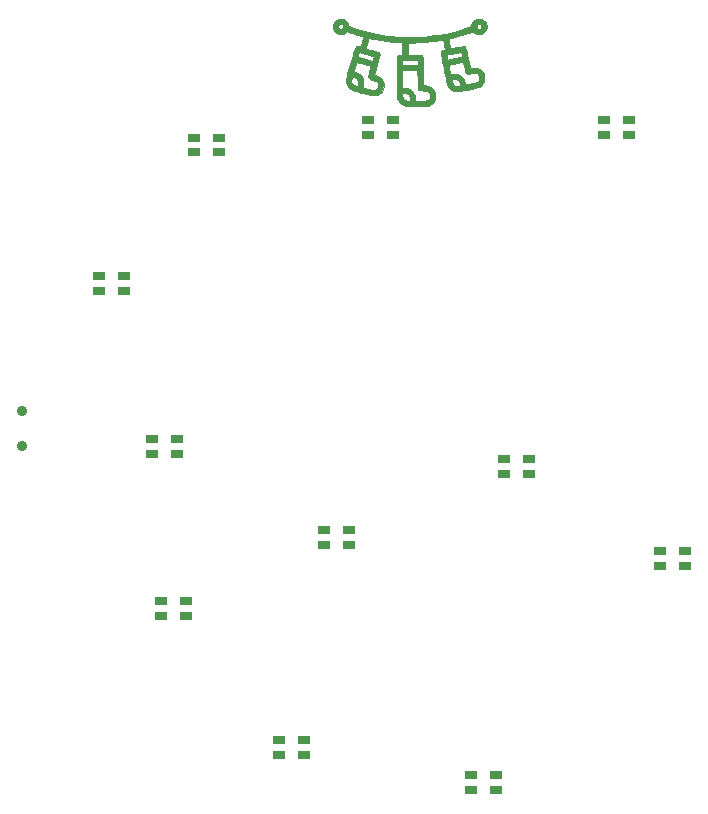
<source format=gbr>
%TF.GenerationSoftware,KiCad,Pcbnew,(5.1.10)-1*%
%TF.CreationDate,2021-10-17T11:08:17+02:00*%
%TF.ProjectId,TVZ_kuglica,54565a5f-6b75-4676-9c69-63612e6b6963,rev?*%
%TF.SameCoordinates,Original*%
%TF.FileFunction,Soldermask,Top*%
%TF.FilePolarity,Negative*%
%FSLAX46Y46*%
G04 Gerber Fmt 4.6, Leading zero omitted, Abs format (unit mm)*
G04 Created by KiCad (PCBNEW (5.1.10)-1) date 2021-10-17 11:08:17*
%MOMM*%
%LPD*%
G01*
G04 APERTURE LIST*
%ADD10C,0.010000*%
%ADD11C,0.900000*%
%ADD12R,1.100000X0.750000*%
G04 APERTURE END LIST*
D10*
%TO.C,G\u002A\u002A\u002A*%
G36*
X143027877Y-65089141D02*
G01*
X143177224Y-65150535D01*
X143301325Y-65244717D01*
X143397404Y-65364669D01*
X143462680Y-65503370D01*
X143494375Y-65653801D01*
X143489712Y-65808940D01*
X143445912Y-65961768D01*
X143360196Y-66105265D01*
X143295075Y-66176812D01*
X143149915Y-66283282D01*
X142989107Y-66344768D01*
X142820816Y-66360786D01*
X142653209Y-66330852D01*
X142494450Y-66254480D01*
X142455291Y-66226699D01*
X142346700Y-66143832D01*
X141902200Y-66288887D01*
X141632701Y-66373920D01*
X141347940Y-66458575D01*
X141062652Y-66538741D01*
X140791572Y-66610310D01*
X140549432Y-66669173D01*
X140492500Y-66682008D01*
X140395750Y-66704830D01*
X140318505Y-66725729D01*
X140274002Y-66741038D01*
X140269168Y-66743859D01*
X140268777Y-66771429D01*
X140276804Y-66838578D01*
X140291404Y-66935136D01*
X140310734Y-67050929D01*
X140332950Y-67175785D01*
X140356208Y-67299532D01*
X140378664Y-67411997D01*
X140398475Y-67503007D01*
X140413796Y-67562390D01*
X140420614Y-67579397D01*
X140446772Y-67577639D01*
X140515376Y-67566839D01*
X140619142Y-67548318D01*
X140750783Y-67523394D01*
X140903015Y-67493389D01*
X140969397Y-67479983D01*
X141167205Y-67440629D01*
X141321789Y-67412560D01*
X141439425Y-67395658D01*
X141526393Y-67389798D01*
X141588968Y-67394860D01*
X141633430Y-67410723D01*
X141666055Y-67437263D01*
X141687820Y-67466055D01*
X141702423Y-67505068D01*
X141725388Y-67587600D01*
X141755227Y-67707333D01*
X141790448Y-67857950D01*
X141829564Y-68033135D01*
X141871083Y-68226569D01*
X141900490Y-68368034D01*
X141941790Y-68567764D01*
X141980395Y-68751384D01*
X142015022Y-68913023D01*
X142044388Y-69046810D01*
X142067208Y-69146877D01*
X142082199Y-69207352D01*
X142087490Y-69223156D01*
X142117973Y-69226449D01*
X142184382Y-69221345D01*
X142272740Y-69208954D01*
X142278691Y-69207960D01*
X142493389Y-69194988D01*
X142695605Y-69228034D01*
X142879650Y-69304205D01*
X143039833Y-69420604D01*
X143170465Y-69574338D01*
X143238360Y-69696214D01*
X143278435Y-69793013D01*
X143300850Y-69879545D01*
X143310277Y-69978911D01*
X143311650Y-70058634D01*
X143309053Y-70171833D01*
X143297581Y-70256926D01*
X143272206Y-70336463D01*
X143228416Y-70431947D01*
X143118164Y-70605765D01*
X142978138Y-70744275D01*
X142814535Y-70841605D01*
X142782236Y-70854608D01*
X142707797Y-70877710D01*
X142592792Y-70907436D01*
X142445236Y-70942186D01*
X142273143Y-70980362D01*
X142084527Y-71020366D01*
X141887403Y-71060598D01*
X141689785Y-71099460D01*
X141499687Y-71135354D01*
X141325125Y-71166680D01*
X141174112Y-71191839D01*
X141054663Y-71209234D01*
X140974792Y-71217265D01*
X140962400Y-71217622D01*
X140772053Y-71195143D01*
X140591780Y-71130552D01*
X140429813Y-71029868D01*
X140294380Y-70899115D01*
X140193711Y-70744311D01*
X140147379Y-70621352D01*
X140137142Y-70577443D01*
X140117844Y-70488857D01*
X140090552Y-70360695D01*
X140067600Y-70251606D01*
X140516787Y-70251606D01*
X140517691Y-70297040D01*
X140536053Y-70374266D01*
X140557493Y-70454834D01*
X140617262Y-70587032D01*
X140717301Y-70697041D01*
X140769647Y-70733969D01*
X140860321Y-70766744D01*
X140981695Y-70779146D01*
X141117507Y-70770178D01*
X141178300Y-70759060D01*
X141229590Y-70741738D01*
X141248460Y-70709209D01*
X141248125Y-70654115D01*
X141215894Y-70486727D01*
X141147805Y-70354426D01*
X141046751Y-70259447D01*
X140915620Y-70204023D01*
X140757305Y-70190390D01*
X140662090Y-70201093D01*
X140584659Y-70214130D01*
X140537667Y-70227469D01*
X140516787Y-70251606D01*
X140067600Y-70251606D01*
X140056333Y-70198057D01*
X140016256Y-70006047D01*
X139971387Y-69789766D01*
X139922794Y-69554315D01*
X139871544Y-69304797D01*
X139854893Y-69223478D01*
X139802003Y-68964227D01*
X140259470Y-68964227D01*
X140262219Y-68988496D01*
X140274048Y-69052273D01*
X140292793Y-69145526D01*
X140316292Y-69258222D01*
X140342382Y-69380328D01*
X140368901Y-69501813D01*
X140393685Y-69612644D01*
X140414572Y-69702789D01*
X140429399Y-69762214D01*
X140435548Y-69781015D01*
X140464637Y-69782462D01*
X140527377Y-69774052D01*
X140582351Y-69763423D01*
X140797513Y-69741029D01*
X141001139Y-69765649D01*
X141188208Y-69833914D01*
X141353699Y-69942456D01*
X141492592Y-70087907D01*
X141599866Y-70266900D01*
X141670500Y-70476068D01*
X141674887Y-70496250D01*
X141699556Y-70583013D01*
X141727479Y-70625863D01*
X141738622Y-70629600D01*
X141774517Y-70624593D01*
X141851056Y-70610734D01*
X141959202Y-70589763D01*
X142089914Y-70563423D01*
X142194687Y-70541742D01*
X142339705Y-70509847D01*
X142471838Y-70477887D01*
X142581033Y-70448516D01*
X142657241Y-70424384D01*
X142685077Y-70412331D01*
X142787112Y-70324560D01*
X142853775Y-70209429D01*
X142881674Y-70079048D01*
X142867413Y-69945527D01*
X142837283Y-69869086D01*
X142764154Y-69761285D01*
X142672425Y-69688972D01*
X142556433Y-69650427D01*
X142410512Y-69643930D01*
X142228998Y-69667759D01*
X142196117Y-69674304D01*
X142052366Y-69702350D01*
X141940172Y-69716514D01*
X141854054Y-69711936D01*
X141788529Y-69683760D01*
X141738115Y-69627127D01*
X141697329Y-69537180D01*
X141660688Y-69409063D01*
X141622711Y-69237916D01*
X141604686Y-69150281D01*
X141514306Y-68707124D01*
X140889103Y-68834642D01*
X140718296Y-68869525D01*
X140564928Y-68900931D01*
X140435710Y-68927479D01*
X140337352Y-68947789D01*
X140276567Y-68960478D01*
X140259470Y-68964227D01*
X139802003Y-68964227D01*
X139795371Y-68931719D01*
X139745618Y-68685579D01*
X139704932Y-68480965D01*
X139672613Y-68313785D01*
X139647959Y-68179948D01*
X139641937Y-68144347D01*
X140089517Y-68144347D01*
X140095955Y-68208828D01*
X140110621Y-68291817D01*
X140130328Y-68378898D01*
X140151891Y-68455656D01*
X140172126Y-68507674D01*
X140184859Y-68521801D01*
X140216841Y-68517051D01*
X140291262Y-68503503D01*
X140400797Y-68482570D01*
X140538121Y-68455665D01*
X140695910Y-68424200D01*
X140797300Y-68403730D01*
X140963507Y-68369415D01*
X141113182Y-68337351D01*
X141239088Y-68309184D01*
X141333986Y-68286559D01*
X141390639Y-68271122D01*
X141403277Y-68265981D01*
X141409650Y-68233126D01*
X141405986Y-68166643D01*
X141394879Y-68082113D01*
X141378923Y-67995111D01*
X141360714Y-67921216D01*
X141342848Y-67876006D01*
X141337301Y-67869930D01*
X141307701Y-67871135D01*
X141236770Y-67881259D01*
X141132872Y-67898669D01*
X141004368Y-67921731D01*
X140859620Y-67948810D01*
X140706990Y-67978272D01*
X140554840Y-68008484D01*
X140411531Y-68037812D01*
X140285426Y-68064621D01*
X140184886Y-68087278D01*
X140118274Y-68104148D01*
X140094489Y-68112790D01*
X140089517Y-68144347D01*
X139641937Y-68144347D01*
X139630268Y-68075363D01*
X139618841Y-67995937D01*
X139612974Y-67937579D01*
X139611968Y-67896198D01*
X139615121Y-67867702D01*
X139619863Y-67852154D01*
X139669646Y-67787701D01*
X139750111Y-67736211D01*
X139841154Y-67709586D01*
X139863034Y-67708211D01*
X139907044Y-67705260D01*
X139936862Y-67692735D01*
X139953023Y-67663807D01*
X139956065Y-67611647D01*
X139946526Y-67529423D01*
X139924941Y-67410306D01*
X139897218Y-67273463D01*
X139869015Y-67137728D01*
X139843936Y-67018855D01*
X139823957Y-66926076D01*
X139811056Y-66868619D01*
X139807643Y-66855261D01*
X139783686Y-66845000D01*
X139719765Y-66846005D01*
X139612377Y-66858498D01*
X139510548Y-66874022D01*
X139142514Y-66928062D01*
X138752591Y-66975341D01*
X138354618Y-67014661D01*
X137962439Y-67044826D01*
X137589894Y-67064638D01*
X137250825Y-67072900D01*
X137209550Y-67073064D01*
X136796800Y-67073600D01*
X136796800Y-68089600D01*
X137326409Y-68089599D01*
X137518232Y-68091027D01*
X137681856Y-68095123D01*
X137811242Y-68101609D01*
X137900354Y-68110207D01*
X137936781Y-68117753D01*
X137971167Y-68130314D01*
X138000065Y-68144817D01*
X138023954Y-68165491D01*
X138043309Y-68196564D01*
X138058608Y-68242263D01*
X138070328Y-68306818D01*
X138078945Y-68394455D01*
X138084937Y-68509404D01*
X138088780Y-68655893D01*
X138090952Y-68838149D01*
X138091930Y-69060401D01*
X138092190Y-69326877D01*
X138092200Y-69495511D01*
X138092200Y-70700745D01*
X138314450Y-70709622D01*
X138521754Y-70735850D01*
X138698669Y-70798934D01*
X138853189Y-70902458D01*
X138944267Y-70991863D01*
X139057734Y-71147337D01*
X139126926Y-71315796D01*
X139154890Y-71506166D01*
X139154584Y-71607500D01*
X139123595Y-71818762D01*
X139050212Y-72002057D01*
X138934544Y-72157214D01*
X138776699Y-72284066D01*
X138682284Y-72336683D01*
X138512500Y-72420300D01*
X137572100Y-72425401D01*
X137308681Y-72426383D01*
X137091585Y-72426121D01*
X136916347Y-72424495D01*
X136778504Y-72421383D01*
X136673590Y-72416662D01*
X136597142Y-72410212D01*
X136544695Y-72401910D01*
X136525634Y-72396887D01*
X136340823Y-72312271D01*
X136180786Y-72185342D01*
X136050403Y-72020526D01*
X135991677Y-71912300D01*
X135920500Y-71759900D01*
X135919180Y-71450272D01*
X136340562Y-71450272D01*
X136348284Y-71557947D01*
X136351459Y-71584169D01*
X136392573Y-71736619D01*
X136471920Y-71856998D01*
X136586331Y-71942669D01*
X136732637Y-71990998D01*
X136852981Y-72001200D01*
X137000000Y-72001200D01*
X137000000Y-71854181D01*
X136979523Y-71687334D01*
X136919851Y-71550151D01*
X136823617Y-71445802D01*
X136693458Y-71377457D01*
X136582969Y-71352659D01*
X136466538Y-71341934D01*
X136392271Y-71349682D01*
X136352751Y-71383322D01*
X136340562Y-71450272D01*
X135919180Y-71450272D01*
X135913138Y-70034052D01*
X135911822Y-69672428D01*
X135911301Y-69410400D01*
X136365000Y-69410400D01*
X136365000Y-70901839D01*
X136578500Y-70915159D01*
X136784116Y-70944176D01*
X136957543Y-71005893D01*
X137108580Y-71104421D01*
X137175404Y-71165395D01*
X137292961Y-71307210D01*
X137371463Y-71462802D01*
X137415405Y-71643143D01*
X137427665Y-71781247D01*
X137437025Y-72005794D01*
X137923362Y-71996731D01*
X138100824Y-71992702D01*
X138235081Y-71987656D01*
X138333729Y-71980883D01*
X138404363Y-71971672D01*
X138454578Y-71959314D01*
X138490936Y-71943660D01*
X138596336Y-71861798D01*
X138672249Y-71752948D01*
X138714399Y-71629282D01*
X138718511Y-71502971D01*
X138684243Y-71393406D01*
X138634784Y-71322665D01*
X138566082Y-71250090D01*
X138541369Y-71228854D01*
X138500290Y-71197520D01*
X138462146Y-71175614D01*
X138416558Y-71160982D01*
X138353149Y-71151474D01*
X138261541Y-71144939D01*
X138131355Y-71139223D01*
X138103842Y-71138148D01*
X137984191Y-71134589D01*
X137887437Y-71130888D01*
X137811120Y-71122116D01*
X137752778Y-71103341D01*
X137709949Y-71069633D01*
X137680171Y-71016063D01*
X137660983Y-70937700D01*
X137649922Y-70829614D01*
X137644528Y-70686874D01*
X137642338Y-70504551D01*
X137640891Y-70277714D01*
X137640324Y-70209827D01*
X137632948Y-69410400D01*
X136365000Y-69410400D01*
X135911301Y-69410400D01*
X135911198Y-69358769D01*
X135911302Y-69090247D01*
X135912171Y-68864031D01*
X135912576Y-68818735D01*
X136342773Y-68818735D01*
X136344585Y-68897507D01*
X136349790Y-68942832D01*
X136350477Y-68944910D01*
X136363098Y-68955759D01*
X136395106Y-68963923D01*
X136451836Y-68969629D01*
X136538625Y-68973103D01*
X136660811Y-68974571D01*
X136823729Y-68974260D01*
X137005720Y-68972687D01*
X137647700Y-68965900D01*
X137647700Y-68534100D01*
X136352300Y-68534100D01*
X136344757Y-68722222D01*
X136342773Y-68818735D01*
X135912576Y-68818735D01*
X135913842Y-68677292D01*
X135916352Y-68527200D01*
X135919737Y-68410925D01*
X135924034Y-68325638D01*
X135929281Y-68268508D01*
X135935513Y-68236707D01*
X135936563Y-68233878D01*
X135992680Y-68161679D01*
X136086670Y-68112296D01*
X136208997Y-68090308D01*
X136237184Y-68089600D01*
X136339600Y-68089600D01*
X136339600Y-67075901D01*
X136257050Y-67063133D01*
X136196759Y-67056267D01*
X136100997Y-67048078D01*
X135985028Y-67039792D01*
X135907800Y-67035038D01*
X135485077Y-67002009D01*
X135028907Y-66950256D01*
X134552330Y-66881531D01*
X134068388Y-66797586D01*
X133905275Y-66766045D01*
X133771150Y-66740367D01*
X133655270Y-66719988D01*
X133566427Y-66706313D01*
X133513415Y-66700744D01*
X133502543Y-66701789D01*
X133492124Y-66728424D01*
X133470987Y-66793729D01*
X133441903Y-66888218D01*
X133407642Y-67002406D01*
X133370973Y-67126808D01*
X133334665Y-67251938D01*
X133301489Y-67368311D01*
X133274214Y-67466442D01*
X133255609Y-67536844D01*
X133248445Y-67570032D01*
X133248632Y-67571371D01*
X133273337Y-67579206D01*
X133339776Y-67599049D01*
X133440875Y-67628821D01*
X133569560Y-67666442D01*
X133718759Y-67709835D01*
X133786900Y-67729588D01*
X133970434Y-67783530D01*
X134111098Y-67826986D01*
X134215172Y-67862301D01*
X134288937Y-67891822D01*
X134338676Y-67917894D01*
X134370668Y-67942864D01*
X134377450Y-67950148D01*
X134416989Y-68009727D01*
X134434547Y-68063594D01*
X134434600Y-68065788D01*
X134427686Y-68101290D01*
X134408052Y-68179466D01*
X134377360Y-68294269D01*
X134337272Y-68439651D01*
X134289450Y-68609565D01*
X134235556Y-68797965D01*
X134193300Y-68943811D01*
X134136239Y-69140222D01*
X134083991Y-69321030D01*
X134038198Y-69480477D01*
X134000503Y-69612806D01*
X133972547Y-69712258D01*
X133955973Y-69773074D01*
X133952000Y-69789900D01*
X133974191Y-69806157D01*
X134031852Y-69830598D01*
X134098050Y-69853250D01*
X134230174Y-69898896D01*
X134331194Y-69946531D01*
X134420053Y-70006850D01*
X134511503Y-70086615D01*
X134636807Y-70236412D01*
X134723709Y-70410187D01*
X134770185Y-70598133D01*
X134774212Y-70790440D01*
X134733768Y-70977301D01*
X134708254Y-71040645D01*
X134599189Y-71221951D01*
X134454584Y-71373109D01*
X134289578Y-71482086D01*
X134211351Y-71518780D01*
X134143507Y-71540809D01*
X134068155Y-71551619D01*
X133967402Y-71554656D01*
X133913900Y-71554449D01*
X133847175Y-71552998D01*
X133784014Y-71548852D01*
X133717880Y-71540491D01*
X133642236Y-71526397D01*
X133550543Y-71505049D01*
X133436264Y-71474930D01*
X133292862Y-71434518D01*
X133113798Y-71382297D01*
X132897932Y-71318349D01*
X132701440Y-71258988D01*
X132516213Y-71201263D01*
X132349078Y-71147438D01*
X132206859Y-71099775D01*
X132096382Y-71060537D01*
X132024471Y-71031984D01*
X132005094Y-71022412D01*
X131874452Y-70922681D01*
X131756016Y-70789756D01*
X131664393Y-70641188D01*
X131638984Y-70582536D01*
X131617834Y-70522004D01*
X131602037Y-70462499D01*
X131592386Y-70399780D01*
X131589673Y-70329605D01*
X131594692Y-70247731D01*
X131594989Y-70245581D01*
X132024342Y-70245581D01*
X132038186Y-70394250D01*
X132094002Y-70521100D01*
X132183924Y-70616035D01*
X132242900Y-70651254D01*
X132322188Y-70687127D01*
X132406304Y-70718098D01*
X132479762Y-70738614D01*
X132527077Y-70743118D01*
X132532825Y-70741198D01*
X132548023Y-70713164D01*
X132568095Y-70652797D01*
X132577275Y-70618784D01*
X132602229Y-70443323D01*
X132583709Y-70292030D01*
X132522809Y-70166930D01*
X132420623Y-70070046D01*
X132278244Y-70003400D01*
X132238719Y-69992257D01*
X132156051Y-69974351D01*
X132107515Y-69977915D01*
X132078572Y-70009868D01*
X132054684Y-70077130D01*
X132053735Y-70080295D01*
X132024342Y-70245581D01*
X131594989Y-70245581D01*
X131608235Y-70149917D01*
X131631095Y-70031920D01*
X131664066Y-69889499D01*
X131707940Y-69718412D01*
X131763510Y-69514418D01*
X131763891Y-69513066D01*
X132236704Y-69513066D01*
X132261099Y-69535494D01*
X132323060Y-69556004D01*
X132341514Y-69560758D01*
X132548431Y-69637149D01*
X132727951Y-69755984D01*
X132824031Y-69848630D01*
X132948789Y-70019194D01*
X133024860Y-70204118D01*
X133052286Y-70403581D01*
X133031108Y-70617763D01*
X133016473Y-70680400D01*
X132993429Y-70770436D01*
X132977075Y-70838119D01*
X132970275Y-70871477D01*
X132970369Y-70873039D01*
X132994735Y-70880388D01*
X133059824Y-70899380D01*
X133157525Y-70927665D01*
X133279728Y-70962892D01*
X133380500Y-70991857D01*
X133581194Y-71046882D01*
X133741289Y-71084143D01*
X133867560Y-71104213D01*
X133966784Y-71107661D01*
X134045736Y-71095060D01*
X134111193Y-71066980D01*
X134130058Y-71055050D01*
X134241656Y-70952878D01*
X134309474Y-70831328D01*
X134331088Y-70696945D01*
X134309313Y-70571291D01*
X134273145Y-70487206D01*
X134221436Y-70418847D01*
X134146724Y-70361322D01*
X134041549Y-70309743D01*
X133898452Y-70259218D01*
X133779613Y-70224076D01*
X133628942Y-70170112D01*
X133521146Y-70106007D01*
X133459011Y-70033841D01*
X133444036Y-69973601D01*
X133450778Y-69936179D01*
X133469453Y-69858800D01*
X133497773Y-69750277D01*
X133533448Y-69619422D01*
X133567182Y-69499540D01*
X133690293Y-69067980D01*
X133083836Y-68892767D01*
X132916858Y-68845161D01*
X132766447Y-68803497D01*
X132639325Y-68769536D01*
X132542215Y-68745042D01*
X132481839Y-68731778D01*
X132464559Y-68730374D01*
X132453312Y-68758184D01*
X132431236Y-68825734D01*
X132401191Y-68923845D01*
X132366036Y-69043336D01*
X132353600Y-69086599D01*
X132316739Y-69215197D01*
X132283777Y-69329481D01*
X132257761Y-69418935D01*
X132241740Y-69473040D01*
X132239432Y-69480510D01*
X132236704Y-69513066D01*
X131763891Y-69513066D01*
X131831569Y-69273273D01*
X131912911Y-68990736D01*
X131979155Y-68762700D01*
X132065674Y-68465673D01*
X132120576Y-68278375D01*
X132585182Y-68278375D01*
X132585665Y-68281054D01*
X132610084Y-68289166D01*
X132675360Y-68309246D01*
X132773608Y-68338953D01*
X132896943Y-68375944D01*
X133037478Y-68417876D01*
X133187328Y-68462409D01*
X133338609Y-68507200D01*
X133483434Y-68549907D01*
X133613917Y-68588188D01*
X133722174Y-68619700D01*
X133800319Y-68642103D01*
X133817574Y-68646937D01*
X133826795Y-68625336D01*
X133846191Y-68567036D01*
X133871764Y-68484119D01*
X133874724Y-68474211D01*
X133900559Y-68382428D01*
X133919141Y-68306806D01*
X133926588Y-68263197D01*
X133926600Y-68262367D01*
X133910829Y-68244814D01*
X133861286Y-68220412D01*
X133774621Y-68187968D01*
X133647486Y-68146292D01*
X133476533Y-68094194D01*
X133345071Y-68055555D01*
X133180055Y-68007976D01*
X133030218Y-67965572D01*
X132902794Y-67930326D01*
X132805016Y-67904220D01*
X132744117Y-67889236D01*
X132727859Y-67886400D01*
X132701028Y-67910657D01*
X132668392Y-67980171D01*
X132635204Y-68080049D01*
X132609466Y-68171332D01*
X132591797Y-68241477D01*
X132585182Y-68278375D01*
X132120576Y-68278375D01*
X132139511Y-68213779D01*
X132202280Y-68003403D01*
X132255592Y-67830931D01*
X132301060Y-67692746D01*
X132340297Y-67585236D01*
X132374916Y-67504785D01*
X132406529Y-67447779D01*
X132436749Y-67410602D01*
X132467189Y-67389640D01*
X132499461Y-67381278D01*
X132535179Y-67381902D01*
X132575954Y-67387897D01*
X132591338Y-67390531D01*
X132671310Y-67404797D01*
X132730404Y-67412203D01*
X132773996Y-67406727D01*
X132807456Y-67382349D01*
X132836160Y-67333047D01*
X132865479Y-67252800D01*
X132900787Y-67135587D01*
X132940408Y-66999371D01*
X132980105Y-66862513D01*
X133013694Y-66743901D01*
X133038973Y-66651542D01*
X133053741Y-66593442D01*
X133056504Y-66577004D01*
X133031211Y-66568645D01*
X132965633Y-66549084D01*
X132868399Y-66520842D01*
X132748135Y-66486435D01*
X132682000Y-66467689D01*
X132513582Y-66418696D01*
X132325643Y-66361773D01*
X132140876Y-66303910D01*
X131981972Y-66252099D01*
X131978937Y-66251080D01*
X131644175Y-66138549D01*
X131597937Y-66190574D01*
X131508644Y-66261125D01*
X131386482Y-66317466D01*
X131248802Y-66353039D01*
X131143937Y-66362151D01*
X130966452Y-66339096D01*
X130809401Y-66273111D01*
X130678424Y-66169863D01*
X130579164Y-66035020D01*
X130517262Y-65874251D01*
X130500662Y-65734433D01*
X130949435Y-65734433D01*
X130972412Y-65825340D01*
X131027826Y-65887281D01*
X131104301Y-65917001D01*
X131190461Y-65911244D01*
X131274930Y-65866753D01*
X131306396Y-65836599D01*
X131348398Y-65772426D01*
X131352688Y-65705195D01*
X131350544Y-65693172D01*
X131312104Y-65597715D01*
X131249302Y-65537039D01*
X131172984Y-65510029D01*
X131093994Y-65515569D01*
X131023178Y-65552543D01*
X130971381Y-65619836D01*
X130949448Y-65716332D01*
X130949435Y-65734433D01*
X130500662Y-65734433D01*
X130498157Y-65713337D01*
X130520886Y-65536336D01*
X130586567Y-65379460D01*
X130689425Y-65248466D01*
X130823688Y-65149110D01*
X130983579Y-65087149D01*
X131145300Y-65068115D01*
X131326288Y-65091378D01*
X131486061Y-65157975D01*
X131618924Y-65263119D01*
X131719183Y-65402023D01*
X131781141Y-65569900D01*
X131788880Y-65609131D01*
X131806698Y-65714700D01*
X132047499Y-65798703D01*
X132750631Y-66023002D01*
X133477922Y-66213346D01*
X134233962Y-66370738D01*
X135023340Y-66496180D01*
X135526800Y-66557832D01*
X135706677Y-66573422D01*
X135928524Y-66586070D01*
X136183597Y-66595776D01*
X136463151Y-66602541D01*
X136758442Y-66606364D01*
X137060724Y-66607245D01*
X137361254Y-66605185D01*
X137651287Y-66600183D01*
X137922078Y-66592239D01*
X138164882Y-66581353D01*
X138370956Y-66567526D01*
X138473200Y-66557832D01*
X139270745Y-66453901D01*
X140031676Y-66320191D01*
X140761360Y-66155533D01*
X141465161Y-65958755D01*
X141952500Y-65798760D01*
X142193301Y-65714700D01*
X142199112Y-65680266D01*
X142650694Y-65680266D01*
X142652181Y-65770797D01*
X142691838Y-65844117D01*
X142758377Y-65894602D01*
X142840507Y-65916629D01*
X142926938Y-65904574D01*
X143003290Y-65855902D01*
X143040268Y-65788490D01*
X143050280Y-65714700D01*
X143030731Y-65620935D01*
X142979668Y-65555377D01*
X142908463Y-65519004D01*
X142828491Y-65512797D01*
X142751124Y-65537736D01*
X142687737Y-65594801D01*
X142650694Y-65680266D01*
X142199112Y-65680266D01*
X142211119Y-65609131D01*
X142264134Y-65435572D01*
X142356678Y-65290098D01*
X142483203Y-65177366D01*
X142638160Y-65102036D01*
X142816003Y-65068766D01*
X142856062Y-65067557D01*
X143027877Y-65089141D01*
G37*
X143027877Y-65089141D02*
X143177224Y-65150535D01*
X143301325Y-65244717D01*
X143397404Y-65364669D01*
X143462680Y-65503370D01*
X143494375Y-65653801D01*
X143489712Y-65808940D01*
X143445912Y-65961768D01*
X143360196Y-66105265D01*
X143295075Y-66176812D01*
X143149915Y-66283282D01*
X142989107Y-66344768D01*
X142820816Y-66360786D01*
X142653209Y-66330852D01*
X142494450Y-66254480D01*
X142455291Y-66226699D01*
X142346700Y-66143832D01*
X141902200Y-66288887D01*
X141632701Y-66373920D01*
X141347940Y-66458575D01*
X141062652Y-66538741D01*
X140791572Y-66610310D01*
X140549432Y-66669173D01*
X140492500Y-66682008D01*
X140395750Y-66704830D01*
X140318505Y-66725729D01*
X140274002Y-66741038D01*
X140269168Y-66743859D01*
X140268777Y-66771429D01*
X140276804Y-66838578D01*
X140291404Y-66935136D01*
X140310734Y-67050929D01*
X140332950Y-67175785D01*
X140356208Y-67299532D01*
X140378664Y-67411997D01*
X140398475Y-67503007D01*
X140413796Y-67562390D01*
X140420614Y-67579397D01*
X140446772Y-67577639D01*
X140515376Y-67566839D01*
X140619142Y-67548318D01*
X140750783Y-67523394D01*
X140903015Y-67493389D01*
X140969397Y-67479983D01*
X141167205Y-67440629D01*
X141321789Y-67412560D01*
X141439425Y-67395658D01*
X141526393Y-67389798D01*
X141588968Y-67394860D01*
X141633430Y-67410723D01*
X141666055Y-67437263D01*
X141687820Y-67466055D01*
X141702423Y-67505068D01*
X141725388Y-67587600D01*
X141755227Y-67707333D01*
X141790448Y-67857950D01*
X141829564Y-68033135D01*
X141871083Y-68226569D01*
X141900490Y-68368034D01*
X141941790Y-68567764D01*
X141980395Y-68751384D01*
X142015022Y-68913023D01*
X142044388Y-69046810D01*
X142067208Y-69146877D01*
X142082199Y-69207352D01*
X142087490Y-69223156D01*
X142117973Y-69226449D01*
X142184382Y-69221345D01*
X142272740Y-69208954D01*
X142278691Y-69207960D01*
X142493389Y-69194988D01*
X142695605Y-69228034D01*
X142879650Y-69304205D01*
X143039833Y-69420604D01*
X143170465Y-69574338D01*
X143238360Y-69696214D01*
X143278435Y-69793013D01*
X143300850Y-69879545D01*
X143310277Y-69978911D01*
X143311650Y-70058634D01*
X143309053Y-70171833D01*
X143297581Y-70256926D01*
X143272206Y-70336463D01*
X143228416Y-70431947D01*
X143118164Y-70605765D01*
X142978138Y-70744275D01*
X142814535Y-70841605D01*
X142782236Y-70854608D01*
X142707797Y-70877710D01*
X142592792Y-70907436D01*
X142445236Y-70942186D01*
X142273143Y-70980362D01*
X142084527Y-71020366D01*
X141887403Y-71060598D01*
X141689785Y-71099460D01*
X141499687Y-71135354D01*
X141325125Y-71166680D01*
X141174112Y-71191839D01*
X141054663Y-71209234D01*
X140974792Y-71217265D01*
X140962400Y-71217622D01*
X140772053Y-71195143D01*
X140591780Y-71130552D01*
X140429813Y-71029868D01*
X140294380Y-70899115D01*
X140193711Y-70744311D01*
X140147379Y-70621352D01*
X140137142Y-70577443D01*
X140117844Y-70488857D01*
X140090552Y-70360695D01*
X140067600Y-70251606D01*
X140516787Y-70251606D01*
X140517691Y-70297040D01*
X140536053Y-70374266D01*
X140557493Y-70454834D01*
X140617262Y-70587032D01*
X140717301Y-70697041D01*
X140769647Y-70733969D01*
X140860321Y-70766744D01*
X140981695Y-70779146D01*
X141117507Y-70770178D01*
X141178300Y-70759060D01*
X141229590Y-70741738D01*
X141248460Y-70709209D01*
X141248125Y-70654115D01*
X141215894Y-70486727D01*
X141147805Y-70354426D01*
X141046751Y-70259447D01*
X140915620Y-70204023D01*
X140757305Y-70190390D01*
X140662090Y-70201093D01*
X140584659Y-70214130D01*
X140537667Y-70227469D01*
X140516787Y-70251606D01*
X140067600Y-70251606D01*
X140056333Y-70198057D01*
X140016256Y-70006047D01*
X139971387Y-69789766D01*
X139922794Y-69554315D01*
X139871544Y-69304797D01*
X139854893Y-69223478D01*
X139802003Y-68964227D01*
X140259470Y-68964227D01*
X140262219Y-68988496D01*
X140274048Y-69052273D01*
X140292793Y-69145526D01*
X140316292Y-69258222D01*
X140342382Y-69380328D01*
X140368901Y-69501813D01*
X140393685Y-69612644D01*
X140414572Y-69702789D01*
X140429399Y-69762214D01*
X140435548Y-69781015D01*
X140464637Y-69782462D01*
X140527377Y-69774052D01*
X140582351Y-69763423D01*
X140797513Y-69741029D01*
X141001139Y-69765649D01*
X141188208Y-69833914D01*
X141353699Y-69942456D01*
X141492592Y-70087907D01*
X141599866Y-70266900D01*
X141670500Y-70476068D01*
X141674887Y-70496250D01*
X141699556Y-70583013D01*
X141727479Y-70625863D01*
X141738622Y-70629600D01*
X141774517Y-70624593D01*
X141851056Y-70610734D01*
X141959202Y-70589763D01*
X142089914Y-70563423D01*
X142194687Y-70541742D01*
X142339705Y-70509847D01*
X142471838Y-70477887D01*
X142581033Y-70448516D01*
X142657241Y-70424384D01*
X142685077Y-70412331D01*
X142787112Y-70324560D01*
X142853775Y-70209429D01*
X142881674Y-70079048D01*
X142867413Y-69945527D01*
X142837283Y-69869086D01*
X142764154Y-69761285D01*
X142672425Y-69688972D01*
X142556433Y-69650427D01*
X142410512Y-69643930D01*
X142228998Y-69667759D01*
X142196117Y-69674304D01*
X142052366Y-69702350D01*
X141940172Y-69716514D01*
X141854054Y-69711936D01*
X141788529Y-69683760D01*
X141738115Y-69627127D01*
X141697329Y-69537180D01*
X141660688Y-69409063D01*
X141622711Y-69237916D01*
X141604686Y-69150281D01*
X141514306Y-68707124D01*
X140889103Y-68834642D01*
X140718296Y-68869525D01*
X140564928Y-68900931D01*
X140435710Y-68927479D01*
X140337352Y-68947789D01*
X140276567Y-68960478D01*
X140259470Y-68964227D01*
X139802003Y-68964227D01*
X139795371Y-68931719D01*
X139745618Y-68685579D01*
X139704932Y-68480965D01*
X139672613Y-68313785D01*
X139647959Y-68179948D01*
X139641937Y-68144347D01*
X140089517Y-68144347D01*
X140095955Y-68208828D01*
X140110621Y-68291817D01*
X140130328Y-68378898D01*
X140151891Y-68455656D01*
X140172126Y-68507674D01*
X140184859Y-68521801D01*
X140216841Y-68517051D01*
X140291262Y-68503503D01*
X140400797Y-68482570D01*
X140538121Y-68455665D01*
X140695910Y-68424200D01*
X140797300Y-68403730D01*
X140963507Y-68369415D01*
X141113182Y-68337351D01*
X141239088Y-68309184D01*
X141333986Y-68286559D01*
X141390639Y-68271122D01*
X141403277Y-68265981D01*
X141409650Y-68233126D01*
X141405986Y-68166643D01*
X141394879Y-68082113D01*
X141378923Y-67995111D01*
X141360714Y-67921216D01*
X141342848Y-67876006D01*
X141337301Y-67869930D01*
X141307701Y-67871135D01*
X141236770Y-67881259D01*
X141132872Y-67898669D01*
X141004368Y-67921731D01*
X140859620Y-67948810D01*
X140706990Y-67978272D01*
X140554840Y-68008484D01*
X140411531Y-68037812D01*
X140285426Y-68064621D01*
X140184886Y-68087278D01*
X140118274Y-68104148D01*
X140094489Y-68112790D01*
X140089517Y-68144347D01*
X139641937Y-68144347D01*
X139630268Y-68075363D01*
X139618841Y-67995937D01*
X139612974Y-67937579D01*
X139611968Y-67896198D01*
X139615121Y-67867702D01*
X139619863Y-67852154D01*
X139669646Y-67787701D01*
X139750111Y-67736211D01*
X139841154Y-67709586D01*
X139863034Y-67708211D01*
X139907044Y-67705260D01*
X139936862Y-67692735D01*
X139953023Y-67663807D01*
X139956065Y-67611647D01*
X139946526Y-67529423D01*
X139924941Y-67410306D01*
X139897218Y-67273463D01*
X139869015Y-67137728D01*
X139843936Y-67018855D01*
X139823957Y-66926076D01*
X139811056Y-66868619D01*
X139807643Y-66855261D01*
X139783686Y-66845000D01*
X139719765Y-66846005D01*
X139612377Y-66858498D01*
X139510548Y-66874022D01*
X139142514Y-66928062D01*
X138752591Y-66975341D01*
X138354618Y-67014661D01*
X137962439Y-67044826D01*
X137589894Y-67064638D01*
X137250825Y-67072900D01*
X137209550Y-67073064D01*
X136796800Y-67073600D01*
X136796800Y-68089600D01*
X137326409Y-68089599D01*
X137518232Y-68091027D01*
X137681856Y-68095123D01*
X137811242Y-68101609D01*
X137900354Y-68110207D01*
X137936781Y-68117753D01*
X137971167Y-68130314D01*
X138000065Y-68144817D01*
X138023954Y-68165491D01*
X138043309Y-68196564D01*
X138058608Y-68242263D01*
X138070328Y-68306818D01*
X138078945Y-68394455D01*
X138084937Y-68509404D01*
X138088780Y-68655893D01*
X138090952Y-68838149D01*
X138091930Y-69060401D01*
X138092190Y-69326877D01*
X138092200Y-69495511D01*
X138092200Y-70700745D01*
X138314450Y-70709622D01*
X138521754Y-70735850D01*
X138698669Y-70798934D01*
X138853189Y-70902458D01*
X138944267Y-70991863D01*
X139057734Y-71147337D01*
X139126926Y-71315796D01*
X139154890Y-71506166D01*
X139154584Y-71607500D01*
X139123595Y-71818762D01*
X139050212Y-72002057D01*
X138934544Y-72157214D01*
X138776699Y-72284066D01*
X138682284Y-72336683D01*
X138512500Y-72420300D01*
X137572100Y-72425401D01*
X137308681Y-72426383D01*
X137091585Y-72426121D01*
X136916347Y-72424495D01*
X136778504Y-72421383D01*
X136673590Y-72416662D01*
X136597142Y-72410212D01*
X136544695Y-72401910D01*
X136525634Y-72396887D01*
X136340823Y-72312271D01*
X136180786Y-72185342D01*
X136050403Y-72020526D01*
X135991677Y-71912300D01*
X135920500Y-71759900D01*
X135919180Y-71450272D01*
X136340562Y-71450272D01*
X136348284Y-71557947D01*
X136351459Y-71584169D01*
X136392573Y-71736619D01*
X136471920Y-71856998D01*
X136586331Y-71942669D01*
X136732637Y-71990998D01*
X136852981Y-72001200D01*
X137000000Y-72001200D01*
X137000000Y-71854181D01*
X136979523Y-71687334D01*
X136919851Y-71550151D01*
X136823617Y-71445802D01*
X136693458Y-71377457D01*
X136582969Y-71352659D01*
X136466538Y-71341934D01*
X136392271Y-71349682D01*
X136352751Y-71383322D01*
X136340562Y-71450272D01*
X135919180Y-71450272D01*
X135913138Y-70034052D01*
X135911822Y-69672428D01*
X135911301Y-69410400D01*
X136365000Y-69410400D01*
X136365000Y-70901839D01*
X136578500Y-70915159D01*
X136784116Y-70944176D01*
X136957543Y-71005893D01*
X137108580Y-71104421D01*
X137175404Y-71165395D01*
X137292961Y-71307210D01*
X137371463Y-71462802D01*
X137415405Y-71643143D01*
X137427665Y-71781247D01*
X137437025Y-72005794D01*
X137923362Y-71996731D01*
X138100824Y-71992702D01*
X138235081Y-71987656D01*
X138333729Y-71980883D01*
X138404363Y-71971672D01*
X138454578Y-71959314D01*
X138490936Y-71943660D01*
X138596336Y-71861798D01*
X138672249Y-71752948D01*
X138714399Y-71629282D01*
X138718511Y-71502971D01*
X138684243Y-71393406D01*
X138634784Y-71322665D01*
X138566082Y-71250090D01*
X138541369Y-71228854D01*
X138500290Y-71197520D01*
X138462146Y-71175614D01*
X138416558Y-71160982D01*
X138353149Y-71151474D01*
X138261541Y-71144939D01*
X138131355Y-71139223D01*
X138103842Y-71138148D01*
X137984191Y-71134589D01*
X137887437Y-71130888D01*
X137811120Y-71122116D01*
X137752778Y-71103341D01*
X137709949Y-71069633D01*
X137680171Y-71016063D01*
X137660983Y-70937700D01*
X137649922Y-70829614D01*
X137644528Y-70686874D01*
X137642338Y-70504551D01*
X137640891Y-70277714D01*
X137640324Y-70209827D01*
X137632948Y-69410400D01*
X136365000Y-69410400D01*
X135911301Y-69410400D01*
X135911198Y-69358769D01*
X135911302Y-69090247D01*
X135912171Y-68864031D01*
X135912576Y-68818735D01*
X136342773Y-68818735D01*
X136344585Y-68897507D01*
X136349790Y-68942832D01*
X136350477Y-68944910D01*
X136363098Y-68955759D01*
X136395106Y-68963923D01*
X136451836Y-68969629D01*
X136538625Y-68973103D01*
X136660811Y-68974571D01*
X136823729Y-68974260D01*
X137005720Y-68972687D01*
X137647700Y-68965900D01*
X137647700Y-68534100D01*
X136352300Y-68534100D01*
X136344757Y-68722222D01*
X136342773Y-68818735D01*
X135912576Y-68818735D01*
X135913842Y-68677292D01*
X135916352Y-68527200D01*
X135919737Y-68410925D01*
X135924034Y-68325638D01*
X135929281Y-68268508D01*
X135935513Y-68236707D01*
X135936563Y-68233878D01*
X135992680Y-68161679D01*
X136086670Y-68112296D01*
X136208997Y-68090308D01*
X136237184Y-68089600D01*
X136339600Y-68089600D01*
X136339600Y-67075901D01*
X136257050Y-67063133D01*
X136196759Y-67056267D01*
X136100997Y-67048078D01*
X135985028Y-67039792D01*
X135907800Y-67035038D01*
X135485077Y-67002009D01*
X135028907Y-66950256D01*
X134552330Y-66881531D01*
X134068388Y-66797586D01*
X133905275Y-66766045D01*
X133771150Y-66740367D01*
X133655270Y-66719988D01*
X133566427Y-66706313D01*
X133513415Y-66700744D01*
X133502543Y-66701789D01*
X133492124Y-66728424D01*
X133470987Y-66793729D01*
X133441903Y-66888218D01*
X133407642Y-67002406D01*
X133370973Y-67126808D01*
X133334665Y-67251938D01*
X133301489Y-67368311D01*
X133274214Y-67466442D01*
X133255609Y-67536844D01*
X133248445Y-67570032D01*
X133248632Y-67571371D01*
X133273337Y-67579206D01*
X133339776Y-67599049D01*
X133440875Y-67628821D01*
X133569560Y-67666442D01*
X133718759Y-67709835D01*
X133786900Y-67729588D01*
X133970434Y-67783530D01*
X134111098Y-67826986D01*
X134215172Y-67862301D01*
X134288937Y-67891822D01*
X134338676Y-67917894D01*
X134370668Y-67942864D01*
X134377450Y-67950148D01*
X134416989Y-68009727D01*
X134434547Y-68063594D01*
X134434600Y-68065788D01*
X134427686Y-68101290D01*
X134408052Y-68179466D01*
X134377360Y-68294269D01*
X134337272Y-68439651D01*
X134289450Y-68609565D01*
X134235556Y-68797965D01*
X134193300Y-68943811D01*
X134136239Y-69140222D01*
X134083991Y-69321030D01*
X134038198Y-69480477D01*
X134000503Y-69612806D01*
X133972547Y-69712258D01*
X133955973Y-69773074D01*
X133952000Y-69789900D01*
X133974191Y-69806157D01*
X134031852Y-69830598D01*
X134098050Y-69853250D01*
X134230174Y-69898896D01*
X134331194Y-69946531D01*
X134420053Y-70006850D01*
X134511503Y-70086615D01*
X134636807Y-70236412D01*
X134723709Y-70410187D01*
X134770185Y-70598133D01*
X134774212Y-70790440D01*
X134733768Y-70977301D01*
X134708254Y-71040645D01*
X134599189Y-71221951D01*
X134454584Y-71373109D01*
X134289578Y-71482086D01*
X134211351Y-71518780D01*
X134143507Y-71540809D01*
X134068155Y-71551619D01*
X133967402Y-71554656D01*
X133913900Y-71554449D01*
X133847175Y-71552998D01*
X133784014Y-71548852D01*
X133717880Y-71540491D01*
X133642236Y-71526397D01*
X133550543Y-71505049D01*
X133436264Y-71474930D01*
X133292862Y-71434518D01*
X133113798Y-71382297D01*
X132897932Y-71318349D01*
X132701440Y-71258988D01*
X132516213Y-71201263D01*
X132349078Y-71147438D01*
X132206859Y-71099775D01*
X132096382Y-71060537D01*
X132024471Y-71031984D01*
X132005094Y-71022412D01*
X131874452Y-70922681D01*
X131756016Y-70789756D01*
X131664393Y-70641188D01*
X131638984Y-70582536D01*
X131617834Y-70522004D01*
X131602037Y-70462499D01*
X131592386Y-70399780D01*
X131589673Y-70329605D01*
X131594692Y-70247731D01*
X131594989Y-70245581D01*
X132024342Y-70245581D01*
X132038186Y-70394250D01*
X132094002Y-70521100D01*
X132183924Y-70616035D01*
X132242900Y-70651254D01*
X132322188Y-70687127D01*
X132406304Y-70718098D01*
X132479762Y-70738614D01*
X132527077Y-70743118D01*
X132532825Y-70741198D01*
X132548023Y-70713164D01*
X132568095Y-70652797D01*
X132577275Y-70618784D01*
X132602229Y-70443323D01*
X132583709Y-70292030D01*
X132522809Y-70166930D01*
X132420623Y-70070046D01*
X132278244Y-70003400D01*
X132238719Y-69992257D01*
X132156051Y-69974351D01*
X132107515Y-69977915D01*
X132078572Y-70009868D01*
X132054684Y-70077130D01*
X132053735Y-70080295D01*
X132024342Y-70245581D01*
X131594989Y-70245581D01*
X131608235Y-70149917D01*
X131631095Y-70031920D01*
X131664066Y-69889499D01*
X131707940Y-69718412D01*
X131763510Y-69514418D01*
X131763891Y-69513066D01*
X132236704Y-69513066D01*
X132261099Y-69535494D01*
X132323060Y-69556004D01*
X132341514Y-69560758D01*
X132548431Y-69637149D01*
X132727951Y-69755984D01*
X132824031Y-69848630D01*
X132948789Y-70019194D01*
X133024860Y-70204118D01*
X133052286Y-70403581D01*
X133031108Y-70617763D01*
X133016473Y-70680400D01*
X132993429Y-70770436D01*
X132977075Y-70838119D01*
X132970275Y-70871477D01*
X132970369Y-70873039D01*
X132994735Y-70880388D01*
X133059824Y-70899380D01*
X133157525Y-70927665D01*
X133279728Y-70962892D01*
X133380500Y-70991857D01*
X133581194Y-71046882D01*
X133741289Y-71084143D01*
X133867560Y-71104213D01*
X133966784Y-71107661D01*
X134045736Y-71095060D01*
X134111193Y-71066980D01*
X134130058Y-71055050D01*
X134241656Y-70952878D01*
X134309474Y-70831328D01*
X134331088Y-70696945D01*
X134309313Y-70571291D01*
X134273145Y-70487206D01*
X134221436Y-70418847D01*
X134146724Y-70361322D01*
X134041549Y-70309743D01*
X133898452Y-70259218D01*
X133779613Y-70224076D01*
X133628942Y-70170112D01*
X133521146Y-70106007D01*
X133459011Y-70033841D01*
X133444036Y-69973601D01*
X133450778Y-69936179D01*
X133469453Y-69858800D01*
X133497773Y-69750277D01*
X133533448Y-69619422D01*
X133567182Y-69499540D01*
X133690293Y-69067980D01*
X133083836Y-68892767D01*
X132916858Y-68845161D01*
X132766447Y-68803497D01*
X132639325Y-68769536D01*
X132542215Y-68745042D01*
X132481839Y-68731778D01*
X132464559Y-68730374D01*
X132453312Y-68758184D01*
X132431236Y-68825734D01*
X132401191Y-68923845D01*
X132366036Y-69043336D01*
X132353600Y-69086599D01*
X132316739Y-69215197D01*
X132283777Y-69329481D01*
X132257761Y-69418935D01*
X132241740Y-69473040D01*
X132239432Y-69480510D01*
X132236704Y-69513066D01*
X131763891Y-69513066D01*
X131831569Y-69273273D01*
X131912911Y-68990736D01*
X131979155Y-68762700D01*
X132065674Y-68465673D01*
X132120576Y-68278375D01*
X132585182Y-68278375D01*
X132585665Y-68281054D01*
X132610084Y-68289166D01*
X132675360Y-68309246D01*
X132773608Y-68338953D01*
X132896943Y-68375944D01*
X133037478Y-68417876D01*
X133187328Y-68462409D01*
X133338609Y-68507200D01*
X133483434Y-68549907D01*
X133613917Y-68588188D01*
X133722174Y-68619700D01*
X133800319Y-68642103D01*
X133817574Y-68646937D01*
X133826795Y-68625336D01*
X133846191Y-68567036D01*
X133871764Y-68484119D01*
X133874724Y-68474211D01*
X133900559Y-68382428D01*
X133919141Y-68306806D01*
X133926588Y-68263197D01*
X133926600Y-68262367D01*
X133910829Y-68244814D01*
X133861286Y-68220412D01*
X133774621Y-68187968D01*
X133647486Y-68146292D01*
X133476533Y-68094194D01*
X133345071Y-68055555D01*
X133180055Y-68007976D01*
X133030218Y-67965572D01*
X132902794Y-67930326D01*
X132805016Y-67904220D01*
X132744117Y-67889236D01*
X132727859Y-67886400D01*
X132701028Y-67910657D01*
X132668392Y-67980171D01*
X132635204Y-68080049D01*
X132609466Y-68171332D01*
X132591797Y-68241477D01*
X132585182Y-68278375D01*
X132120576Y-68278375D01*
X132139511Y-68213779D01*
X132202280Y-68003403D01*
X132255592Y-67830931D01*
X132301060Y-67692746D01*
X132340297Y-67585236D01*
X132374916Y-67504785D01*
X132406529Y-67447779D01*
X132436749Y-67410602D01*
X132467189Y-67389640D01*
X132499461Y-67381278D01*
X132535179Y-67381902D01*
X132575954Y-67387897D01*
X132591338Y-67390531D01*
X132671310Y-67404797D01*
X132730404Y-67412203D01*
X132773996Y-67406727D01*
X132807456Y-67382349D01*
X132836160Y-67333047D01*
X132865479Y-67252800D01*
X132900787Y-67135587D01*
X132940408Y-66999371D01*
X132980105Y-66862513D01*
X133013694Y-66743901D01*
X133038973Y-66651542D01*
X133053741Y-66593442D01*
X133056504Y-66577004D01*
X133031211Y-66568645D01*
X132965633Y-66549084D01*
X132868399Y-66520842D01*
X132748135Y-66486435D01*
X132682000Y-66467689D01*
X132513582Y-66418696D01*
X132325643Y-66361773D01*
X132140876Y-66303910D01*
X131981972Y-66252099D01*
X131978937Y-66251080D01*
X131644175Y-66138549D01*
X131597937Y-66190574D01*
X131508644Y-66261125D01*
X131386482Y-66317466D01*
X131248802Y-66353039D01*
X131143937Y-66362151D01*
X130966452Y-66339096D01*
X130809401Y-66273111D01*
X130678424Y-66169863D01*
X130579164Y-66035020D01*
X130517262Y-65874251D01*
X130500662Y-65734433D01*
X130949435Y-65734433D01*
X130972412Y-65825340D01*
X131027826Y-65887281D01*
X131104301Y-65917001D01*
X131190461Y-65911244D01*
X131274930Y-65866753D01*
X131306396Y-65836599D01*
X131348398Y-65772426D01*
X131352688Y-65705195D01*
X131350544Y-65693172D01*
X131312104Y-65597715D01*
X131249302Y-65537039D01*
X131172984Y-65510029D01*
X131093994Y-65515569D01*
X131023178Y-65552543D01*
X130971381Y-65619836D01*
X130949448Y-65716332D01*
X130949435Y-65734433D01*
X130500662Y-65734433D01*
X130498157Y-65713337D01*
X130520886Y-65536336D01*
X130586567Y-65379460D01*
X130689425Y-65248466D01*
X130823688Y-65149110D01*
X130983579Y-65087149D01*
X131145300Y-65068115D01*
X131326288Y-65091378D01*
X131486061Y-65157975D01*
X131618924Y-65263119D01*
X131719183Y-65402023D01*
X131781141Y-65569900D01*
X131788880Y-65609131D01*
X131806698Y-65714700D01*
X132047499Y-65798703D01*
X132750631Y-66023002D01*
X133477922Y-66213346D01*
X134233962Y-66370738D01*
X135023340Y-66496180D01*
X135526800Y-66557832D01*
X135706677Y-66573422D01*
X135928524Y-66586070D01*
X136183597Y-66595776D01*
X136463151Y-66602541D01*
X136758442Y-66606364D01*
X137060724Y-66607245D01*
X137361254Y-66605185D01*
X137651287Y-66600183D01*
X137922078Y-66592239D01*
X138164882Y-66581353D01*
X138370956Y-66567526D01*
X138473200Y-66557832D01*
X139270745Y-66453901D01*
X140031676Y-66320191D01*
X140761360Y-66155533D01*
X141465161Y-65958755D01*
X141952500Y-65798760D01*
X142193301Y-65714700D01*
X142199112Y-65680266D01*
X142650694Y-65680266D01*
X142652181Y-65770797D01*
X142691838Y-65844117D01*
X142758377Y-65894602D01*
X142840507Y-65916629D01*
X142926938Y-65904574D01*
X143003290Y-65855902D01*
X143040268Y-65788490D01*
X143050280Y-65714700D01*
X143030731Y-65620935D01*
X142979668Y-65555377D01*
X142908463Y-65519004D01*
X142828491Y-65512797D01*
X142751124Y-65537736D01*
X142687737Y-65594801D01*
X142650694Y-65680266D01*
X142199112Y-65680266D01*
X142211119Y-65609131D01*
X142264134Y-65435572D01*
X142356678Y-65290098D01*
X142483203Y-65177366D01*
X142638160Y-65102036D01*
X142816003Y-65068766D01*
X142856062Y-65067557D01*
X143027877Y-65089141D01*
%TD*%
D11*
%TO.C,SW1*%
X104170000Y-101250000D03*
X104170000Y-98250000D03*
%TD*%
D12*
%TO.C,D1*%
X110700000Y-86875000D03*
X112800000Y-86875000D03*
X110700000Y-88125000D03*
X112800000Y-88125000D03*
%TD*%
%TO.C,D2*%
X120800000Y-76375000D03*
X118700000Y-76375000D03*
X120800000Y-75125000D03*
X118700000Y-75125000D03*
%TD*%
%TO.C,D3*%
X153450000Y-73625000D03*
X155550000Y-73625000D03*
X153450000Y-74875000D03*
X155550000Y-74875000D03*
%TD*%
%TO.C,D4*%
X131800000Y-109625000D03*
X129700000Y-109625000D03*
X131800000Y-108375000D03*
X129700000Y-108375000D03*
%TD*%
%TO.C,D5*%
X115950000Y-114375000D03*
X118050000Y-114375000D03*
X115950000Y-115625000D03*
X118050000Y-115625000D03*
%TD*%
%TO.C,D6*%
X117300000Y-101875000D03*
X115200000Y-101875000D03*
X117300000Y-100625000D03*
X115200000Y-100625000D03*
%TD*%
%TO.C,D7*%
X142200000Y-129125000D03*
X144300000Y-129125000D03*
X142200000Y-130375000D03*
X144300000Y-130375000D03*
%TD*%
%TO.C,D8*%
X160300000Y-111375000D03*
X158200000Y-111375000D03*
X160300000Y-110125000D03*
X158200000Y-110125000D03*
%TD*%
%TO.C,D9*%
X133450000Y-73625000D03*
X135550000Y-73625000D03*
X133450000Y-74875000D03*
X135550000Y-74875000D03*
%TD*%
%TO.C,D10*%
X147050000Y-103625000D03*
X144950000Y-103625000D03*
X147050000Y-102375000D03*
X144950000Y-102375000D03*
%TD*%
%TO.C,D11*%
X125950000Y-126125000D03*
X128050000Y-126125000D03*
X125950000Y-127375000D03*
X128050000Y-127375000D03*
%TD*%
M02*

</source>
